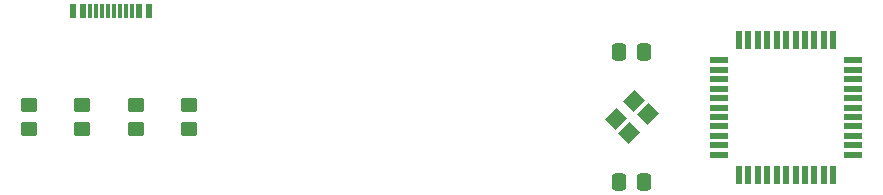
<source format=gbr>
%TF.GenerationSoftware,KiCad,Pcbnew,(6.0.1)*%
%TF.CreationDate,2022-02-23T18:42:09-08:00*%
%TF.ProjectId,Ramen Pad,52616d65-6e20-4506-9164-2e6b69636164,v1.0.0*%
%TF.SameCoordinates,Original*%
%TF.FileFunction,Paste,Top*%
%TF.FilePolarity,Positive*%
%FSLAX46Y46*%
G04 Gerber Fmt 4.6, Leading zero omitted, Abs format (unit mm)*
G04 Created by KiCad (PCBNEW (6.0.1)) date 2022-02-23 18:42:09*
%MOMM*%
%LPD*%
G01*
G04 APERTURE LIST*
G04 Aperture macros list*
%AMRoundRect*
0 Rectangle with rounded corners*
0 $1 Rounding radius*
0 $2 $3 $4 $5 $6 $7 $8 $9 X,Y pos of 4 corners*
0 Add a 4 corners polygon primitive as box body*
4,1,4,$2,$3,$4,$5,$6,$7,$8,$9,$2,$3,0*
0 Add four circle primitives for the rounded corners*
1,1,$1+$1,$2,$3*
1,1,$1+$1,$4,$5*
1,1,$1+$1,$6,$7*
1,1,$1+$1,$8,$9*
0 Add four rect primitives between the rounded corners*
20,1,$1+$1,$2,$3,$4,$5,0*
20,1,$1+$1,$4,$5,$6,$7,0*
20,1,$1+$1,$6,$7,$8,$9,0*
20,1,$1+$1,$8,$9,$2,$3,0*%
%AMRotRect*
0 Rectangle, with rotation*
0 The origin of the aperture is its center*
0 $1 length*
0 $2 width*
0 $3 Rotation angle, in degrees counterclockwise*
0 Add horizontal line*
21,1,$1,$2,0,0,$3*%
G04 Aperture macros list end*
%ADD10R,0.600000X1.150000*%
%ADD11R,0.300000X1.150000*%
%ADD12RoundRect,0.250000X-0.450000X0.350000X-0.450000X-0.350000X0.450000X-0.350000X0.450000X0.350000X0*%
%ADD13RotRect,1.200000X1.400000X315.000000*%
%ADD14R,0.550000X1.500000*%
%ADD15R,1.500000X0.550000*%
%ADD16RoundRect,0.250000X0.337500X0.475000X-0.337500X0.475000X-0.337500X-0.475000X0.337500X-0.475000X0*%
G04 APERTURE END LIST*
D10*
%TO.C,J1*%
X165125000Y-27555000D03*
X164325000Y-27555000D03*
D11*
X163175000Y-27555000D03*
X162175000Y-27555000D03*
X161675000Y-27555000D03*
X160675000Y-27555000D03*
D10*
X158725000Y-27555000D03*
X159525000Y-27555000D03*
D11*
X160175000Y-27555000D03*
X161175000Y-27555000D03*
X162675000Y-27555000D03*
X163675000Y-27555000D03*
%TD*%
D12*
%TO.C,R5*%
X155000000Y-35500000D03*
X155000000Y-37500000D03*
%TD*%
%TO.C,R4*%
X168500000Y-35500000D03*
X168500000Y-37500000D03*
%TD*%
%TO.C,R3*%
X159500000Y-35500000D03*
X159500000Y-37500000D03*
%TD*%
%TO.C,R2*%
X164000000Y-35500000D03*
X164000000Y-37500000D03*
%TD*%
D13*
%TO.C,Y1*%
X206212132Y-35156497D03*
X204656497Y-36712132D03*
X205787868Y-37843503D03*
X207343503Y-36287868D03*
%TD*%
D14*
%TO.C,U1*%
X223075000Y-30018700D03*
X222275000Y-30018700D03*
X221475000Y-30018700D03*
X220675000Y-30018700D03*
X219875000Y-30018700D03*
X219075000Y-30018700D03*
X218275000Y-30018700D03*
X217475000Y-30018700D03*
X216675000Y-30018700D03*
X215875000Y-30018700D03*
X215075000Y-30018700D03*
D15*
X213375000Y-31718700D03*
X213375000Y-32518700D03*
X213375000Y-33318700D03*
X213375000Y-34118700D03*
X213375000Y-34918700D03*
X213375000Y-35718700D03*
X213375000Y-36518700D03*
X213375000Y-37318700D03*
X213375000Y-38118700D03*
X213375000Y-38918700D03*
X213375000Y-39718700D03*
D14*
X215075000Y-41418700D03*
X215875000Y-41418700D03*
X216675000Y-41418700D03*
X217475000Y-41418700D03*
X218275000Y-41418700D03*
X219075000Y-41418700D03*
X219875000Y-41418700D03*
X220675000Y-41418700D03*
X221475000Y-41418700D03*
X222275000Y-41418700D03*
X223075000Y-41418700D03*
D15*
X224775000Y-39718700D03*
X224775000Y-38918700D03*
X224775000Y-38118700D03*
X224775000Y-37318700D03*
X224775000Y-36518700D03*
X224775000Y-35718700D03*
X224775000Y-34918700D03*
X224775000Y-34118700D03*
X224775000Y-33318700D03*
X224775000Y-32518700D03*
X224775000Y-31718700D03*
%TD*%
D16*
%TO.C,C1*%
X207037500Y-31000000D03*
X204962500Y-31000000D03*
%TD*%
%TO.C,C2*%
X207037500Y-42000000D03*
X204962500Y-42000000D03*
%TD*%
M02*

</source>
